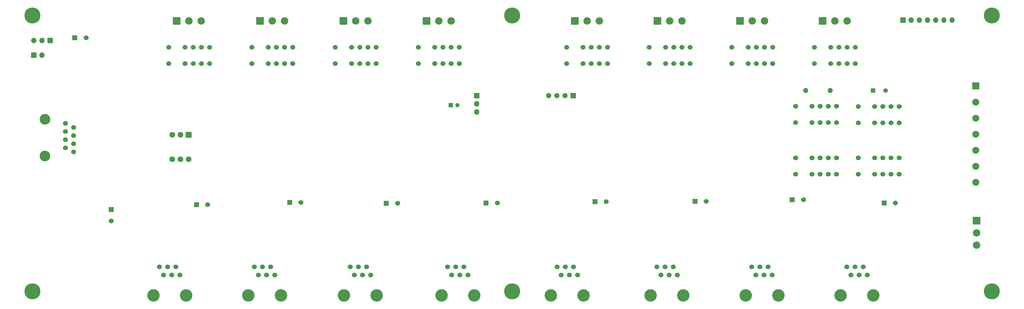
<source format=gbs>
G04 #@! TF.GenerationSoftware,KiCad,Pcbnew,7.0.7*
G04 #@! TF.CreationDate,2024-04-19T12:39:07-04:00*
G04 #@! TF.ProjectId,AOML_AB_3.0_reorganized-v2,414f4d4c-5f41-4425-9f33-2e305f72656f,1*
G04 #@! TF.SameCoordinates,Original*
G04 #@! TF.FileFunction,Soldermask,Bot*
G04 #@! TF.FilePolarity,Negative*
%FSLAX46Y46*%
G04 Gerber Fmt 4.6, Leading zero omitted, Abs format (unit mm)*
G04 Created by KiCad (PCBNEW 7.0.7) date 2024-04-19 12:39:07*
%MOMM*%
%LPD*%
G01*
G04 APERTURE LIST*
G04 Aperture macros list*
%AMRoundRect*
0 Rectangle with rounded corners*
0 $1 Rounding radius*
0 $2 $3 $4 $5 $6 $7 $8 $9 X,Y pos of 4 corners*
0 Add a 4 corners polygon primitive as box body*
4,1,4,$2,$3,$4,$5,$6,$7,$8,$9,$2,$3,0*
0 Add four circle primitives for the rounded corners*
1,1,$1+$1,$2,$3*
1,1,$1+$1,$4,$5*
1,1,$1+$1,$6,$7*
1,1,$1+$1,$8,$9*
0 Add four rect primitives between the rounded corners*
20,1,$1+$1,$2,$3,$4,$5,0*
20,1,$1+$1,$4,$5,$6,$7,0*
20,1,$1+$1,$6,$7,$8,$9,0*
20,1,$1+$1,$8,$9,$2,$3,0*%
G04 Aperture macros list end*
%ADD10C,1.524000*%
%ADD11C,3.327400*%
%ADD12RoundRect,0.102000X-1.050000X-1.050000X1.050000X-1.050000X1.050000X1.050000X-1.050000X1.050000X0*%
%ADD13C,2.304000*%
%ADD14RoundRect,0.102000X-0.975000X0.975000X-0.975000X-0.975000X0.975000X-0.975000X0.975000X0.975000X0*%
%ADD15C,2.154000*%
%ADD16C,5.000000*%
%ADD17R,1.524000X1.524000*%
%ADD18R,1.700000X1.700000*%
%ADD19O,1.700000X1.700000*%
%ADD20R,1.651000X1.651000*%
%ADD21C,1.651000*%
%ADD22C,1.600000*%
%ADD23O,1.600000X1.600000*%
%ADD24C,1.784000*%
%ADD25RoundRect,0.102000X0.790000X0.790000X-0.790000X0.790000X-0.790000X-0.790000X0.790000X-0.790000X0*%
%ADD26RoundRect,0.102000X-1.050000X1.050000X-1.050000X-1.050000X1.050000X-1.050000X1.050000X1.050000X0*%
%ADD27R,1.397000X1.397000*%
%ADD28C,1.397000*%
%ADD29R,1.320800X1.320800*%
%ADD30C,1.320800*%
%ADD31C,3.860800*%
G04 APERTURE END LIST*
D10*
X68229001Y-125659900D03*
X70769001Y-126929900D03*
X68229001Y-128199900D03*
X70769001Y-129469900D03*
X68229001Y-130739900D03*
X70769001Y-132009900D03*
X68229001Y-133279900D03*
X70769001Y-134549900D03*
D11*
X61869001Y-124389900D03*
X61869001Y-135819900D03*
D12*
X102827300Y-93750000D03*
D13*
X106637300Y-93750000D03*
X110447300Y-93750000D03*
D10*
X295050000Y-125400000D03*
X300130000Y-125400000D03*
X302670000Y-125400000D03*
X305210000Y-125400000D03*
X307750000Y-125400000D03*
X307750000Y-120320000D03*
X305210000Y-120320000D03*
X302670000Y-120320000D03*
X300130000Y-120320000D03*
X295050000Y-120320000D03*
D14*
X351000000Y-114000000D03*
D15*
X351000000Y-119000000D03*
X351000000Y-124000000D03*
X351000000Y-129000000D03*
X351000000Y-134000000D03*
X351000000Y-139000000D03*
X351000000Y-144000000D03*
D16*
X58000000Y-178000000D03*
D10*
X275256380Y-107000000D03*
X280336380Y-107000000D03*
X282876380Y-107000000D03*
X285416380Y-107000000D03*
X287956380Y-107000000D03*
X287956380Y-101920000D03*
X285416380Y-101920000D03*
X282876380Y-101920000D03*
X280336380Y-101920000D03*
X275256380Y-101920000D03*
X100300000Y-107000000D03*
X105380000Y-107000000D03*
X107920000Y-107000000D03*
X110460000Y-107000000D03*
X113000000Y-107000000D03*
X113000000Y-101920000D03*
X110460000Y-101920000D03*
X107920000Y-101920000D03*
X105380000Y-101920000D03*
X100300000Y-101920000D03*
D17*
X198914200Y-150425000D03*
D10*
X202419400Y-150425000D03*
D12*
X180447300Y-93750000D03*
D13*
X184257300Y-93750000D03*
X188067300Y-93750000D03*
D12*
X277783680Y-93750000D03*
D13*
X281593680Y-93750000D03*
X285403680Y-93750000D03*
D17*
X82468900Y-152494800D03*
D10*
X82468900Y-156000000D03*
D18*
X328400000Y-93475000D03*
D19*
X330940000Y-93475000D03*
X333480000Y-93475000D03*
X336020000Y-93475000D03*
X338560000Y-93475000D03*
X341100000Y-93475000D03*
X343640000Y-93475000D03*
D17*
X293976150Y-149425000D03*
D10*
X297481350Y-149425000D03*
X223923048Y-107000000D03*
X229003048Y-107000000D03*
X231543048Y-107000000D03*
X234083048Y-107000000D03*
X236623048Y-107000000D03*
X236623048Y-101920000D03*
X234083048Y-101920000D03*
X231543048Y-101920000D03*
X229003048Y-101920000D03*
X223923048Y-101920000D03*
D20*
X226000000Y-117000000D03*
D21*
X223460000Y-117000000D03*
X220920000Y-117000000D03*
X218380000Y-117000000D03*
D18*
X58460000Y-104400000D03*
D19*
X61000000Y-104400000D03*
D16*
X58000000Y-92000000D03*
X356000000Y-178000000D03*
D10*
X295050000Y-141480000D03*
X300130000Y-141480000D03*
X302670000Y-141480000D03*
X305210000Y-141480000D03*
X307750000Y-141480000D03*
X307750000Y-136400000D03*
X305210000Y-136400000D03*
X302670000Y-136400000D03*
X300130000Y-136400000D03*
X295050000Y-136400000D03*
D16*
X356000000Y-92000000D03*
X207000000Y-92000000D03*
D12*
X252117014Y-93750000D03*
D13*
X255927014Y-93750000D03*
X259737014Y-93750000D03*
D10*
X300923048Y-107000000D03*
X306003048Y-107000000D03*
X308543048Y-107000000D03*
X311083048Y-107000000D03*
X313623048Y-107000000D03*
X313623048Y-101920000D03*
X311083048Y-101920000D03*
X308543048Y-101920000D03*
X306003048Y-101920000D03*
X300923048Y-101920000D03*
D18*
X63480000Y-99800000D03*
D19*
X60940000Y-99800000D03*
X58400000Y-99800000D03*
D10*
X126173333Y-107000000D03*
X131253333Y-107000000D03*
X133793333Y-107000000D03*
X136333333Y-107000000D03*
X138873333Y-107000000D03*
X138873333Y-101920000D03*
X136333333Y-101920000D03*
X133793333Y-101920000D03*
X131253333Y-101920000D03*
X126173333Y-101920000D03*
X314501400Y-141480000D03*
X319581400Y-141480000D03*
X322121400Y-141480000D03*
X324661400Y-141480000D03*
X327201400Y-141480000D03*
X327201400Y-136400000D03*
X324661400Y-136400000D03*
X322121400Y-136400000D03*
X319581400Y-136400000D03*
X314501400Y-136400000D03*
D17*
X167914150Y-150500000D03*
D10*
X171419350Y-150500000D03*
X177920000Y-107000000D03*
X183000000Y-107000000D03*
X185540000Y-107000000D03*
X188080000Y-107000000D03*
X190620000Y-107000000D03*
X190620000Y-101920000D03*
X188080000Y-101920000D03*
X185540000Y-101920000D03*
X183000000Y-101920000D03*
X177920000Y-101920000D03*
D16*
X207000000Y-178000000D03*
D22*
X298240000Y-115400000D03*
D23*
X305860000Y-115400000D03*
D17*
X71150000Y-99000000D03*
D10*
X74655200Y-99000000D03*
X314501400Y-125480000D03*
X319581400Y-125480000D03*
X322121400Y-125480000D03*
X324661400Y-125480000D03*
X327201400Y-125480000D03*
X327201400Y-120400000D03*
X324661400Y-120400000D03*
X322121400Y-120400000D03*
X319581400Y-120400000D03*
X314501400Y-120400000D03*
D12*
X128700633Y-93750000D03*
D13*
X132510633Y-93750000D03*
X136320633Y-93750000D03*
D24*
X106540000Y-136810000D03*
X104000000Y-136810000D03*
X101460000Y-136810000D03*
X101460000Y-129190000D03*
X104000000Y-129190000D03*
D25*
X106540000Y-129190000D03*
D17*
X137914150Y-150275000D03*
D10*
X141419350Y-150275000D03*
D18*
X196000000Y-117000000D03*
D19*
X196000000Y-119540000D03*
X196000000Y-122080000D03*
D17*
X108932800Y-150975000D03*
D10*
X112438000Y-150975000D03*
D12*
X226450348Y-93750000D03*
D13*
X230260348Y-93750000D03*
X234070348Y-93750000D03*
D26*
X351250000Y-155940000D03*
D13*
X351250000Y-159750000D03*
X351250000Y-163560000D03*
D17*
X232757150Y-150050000D03*
D10*
X236262350Y-150050000D03*
D27*
X319081500Y-115400000D03*
D28*
X323018500Y-115400000D03*
D17*
X263828350Y-149925000D03*
D10*
X267333550Y-149925000D03*
X152046666Y-107000000D03*
X157126666Y-107000000D03*
X159666666Y-107000000D03*
X162206666Y-107000000D03*
X164746666Y-107000000D03*
X164746666Y-101920000D03*
X162206666Y-101920000D03*
X159666666Y-101920000D03*
X157126666Y-101920000D03*
X152046666Y-101920000D03*
D17*
X322579000Y-150425000D03*
D10*
X326084200Y-150425000D03*
X249589714Y-107000000D03*
X254669714Y-107000000D03*
X257209714Y-107000000D03*
X259749714Y-107000000D03*
X262289714Y-107000000D03*
X262289714Y-101920000D03*
X259749714Y-101920000D03*
X257209714Y-101920000D03*
X254669714Y-101920000D03*
X249589714Y-101920000D03*
D12*
X154573966Y-93750000D03*
D13*
X158383966Y-93750000D03*
X162193966Y-93750000D03*
D29*
X188000000Y-120000000D03*
D30*
X190000000Y-120000000D03*
D12*
X303450348Y-93750000D03*
D13*
X307260348Y-93750000D03*
X311070348Y-93750000D03*
D10*
X186960000Y-170360000D03*
X188230000Y-172900000D03*
X189500000Y-170360000D03*
X190770000Y-172900000D03*
X192040000Y-170360000D03*
X193310000Y-172900000D03*
D31*
X185055000Y-179250000D03*
X195215000Y-179250000D03*
D10*
X97460000Y-170360000D03*
X98730000Y-172900000D03*
X100000000Y-170360000D03*
X101270000Y-172900000D03*
X102540000Y-170360000D03*
X103810000Y-172900000D03*
D31*
X95555000Y-179250000D03*
X105715000Y-179250000D03*
D10*
X156710000Y-170360000D03*
X157980000Y-172900000D03*
X159250000Y-170360000D03*
X160520000Y-172900000D03*
X161790000Y-170360000D03*
X163060000Y-172900000D03*
D31*
X154805000Y-179250000D03*
X164965000Y-179250000D03*
D10*
X126960000Y-170360000D03*
X128230000Y-172900000D03*
X129500000Y-170360000D03*
X130770000Y-172900000D03*
X132040000Y-170360000D03*
X133310000Y-172900000D03*
D31*
X125055000Y-179250000D03*
X135215000Y-179250000D03*
D10*
X220960000Y-170360000D03*
X222230000Y-172900000D03*
X223500000Y-170360000D03*
X224770000Y-172900000D03*
X226040000Y-170360000D03*
X227310000Y-172900000D03*
D31*
X219055000Y-179250000D03*
X229215000Y-179250000D03*
D10*
X281460000Y-170360000D03*
X282730000Y-172900000D03*
X284000000Y-170360000D03*
X285270000Y-172900000D03*
X286540000Y-170360000D03*
X287810000Y-172900000D03*
D31*
X279555000Y-179250000D03*
X289715000Y-179250000D03*
D10*
X251960000Y-170360000D03*
X253230000Y-172900000D03*
X254500000Y-170360000D03*
X255770000Y-172900000D03*
X257040000Y-170360000D03*
X258310000Y-172900000D03*
D31*
X250055000Y-179250000D03*
X260215000Y-179250000D03*
D10*
X310960000Y-170360000D03*
X312230000Y-172900000D03*
X313500000Y-170360000D03*
X314770000Y-172900000D03*
X316040000Y-170360000D03*
X317310000Y-172900000D03*
D31*
X309055000Y-179250000D03*
X319215000Y-179250000D03*
M02*

</source>
